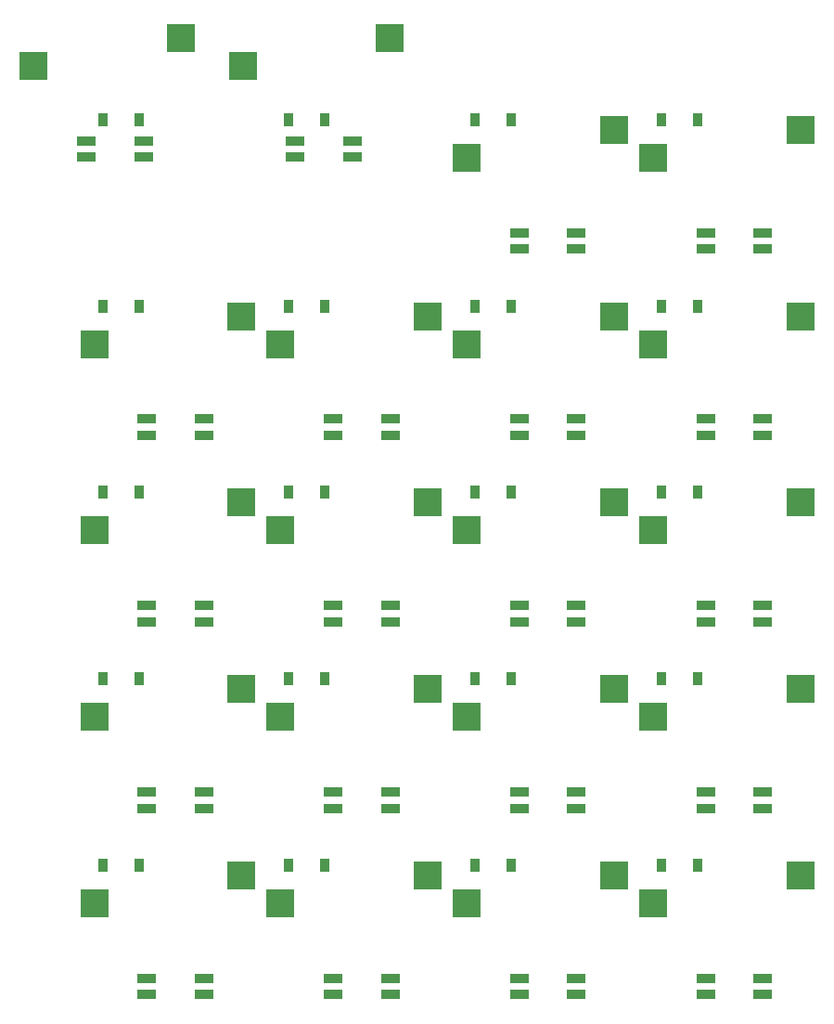
<source format=gbp>
%TF.GenerationSoftware,KiCad,Pcbnew,(5.1.10)-1*%
%TF.CreationDate,2021-08-08T16:05:11+01:00*%
%TF.ProjectId,bongopad,626f6e67-6f70-4616-942e-6b696361645f,1*%
%TF.SameCoordinates,PXb71b00PYb71b00*%
%TF.FileFunction,Paste,Bot*%
%TF.FilePolarity,Positive*%
%FSLAX46Y46*%
G04 Gerber Fmt 4.6, Leading zero omitted, Abs format (unit mm)*
G04 Created by KiCad (PCBNEW (5.1.10)-1) date 2021-08-08 16:05:11*
%MOMM*%
%LPD*%
G01*
G04 APERTURE LIST*
%ADD10R,0.900000X1.200000*%
%ADD11R,1.800000X0.900000*%
%ADD12R,2.550000X2.500000*%
G04 APERTURE END LIST*
D10*
%TO.C,D20*%
X84000000Y-81200000D03*
X80700000Y-81200000D03*
%TD*%
%TO.C,D19*%
X67000000Y-81200000D03*
X63700000Y-81200000D03*
%TD*%
%TO.C,D18*%
X50000000Y-81200000D03*
X46700000Y-81200000D03*
%TD*%
%TO.C,D17*%
X33000000Y-81200000D03*
X29700000Y-81200000D03*
%TD*%
%TO.C,D16*%
X84000000Y-64200000D03*
X80700000Y-64200000D03*
%TD*%
%TO.C,D15*%
X67000000Y-64200000D03*
X63700000Y-64200000D03*
%TD*%
%TO.C,D14*%
X50000000Y-64200000D03*
X46700000Y-64200000D03*
%TD*%
%TO.C,D13*%
X33000000Y-64200000D03*
X29700000Y-64200000D03*
%TD*%
%TO.C,D12*%
X84000000Y-47200000D03*
X80700000Y-47200000D03*
%TD*%
%TO.C,D11*%
X67000000Y-47200000D03*
X63700000Y-47200000D03*
%TD*%
%TO.C,D10*%
X50000000Y-47200000D03*
X46700000Y-47200000D03*
%TD*%
%TO.C,D9*%
X33000000Y-47200000D03*
X29700000Y-47200000D03*
%TD*%
%TO.C,D8*%
X84000000Y-30200000D03*
X80700000Y-30200000D03*
%TD*%
%TO.C,D7*%
X67000000Y-30200000D03*
X63700000Y-30200000D03*
%TD*%
%TO.C,D6*%
X50000000Y-30200000D03*
X46700000Y-30200000D03*
%TD*%
%TO.C,D5*%
X33000000Y-30200000D03*
X29700000Y-30200000D03*
%TD*%
%TO.C,D4*%
X84000000Y-13200000D03*
X80700000Y-13200000D03*
%TD*%
%TO.C,D3*%
X67000000Y-13200000D03*
X63700000Y-13200000D03*
%TD*%
%TO.C,D2*%
X50000000Y-13200000D03*
X46700000Y-13200000D03*
%TD*%
%TO.C,D1*%
X33000000Y-13200000D03*
X29700000Y-13200000D03*
%TD*%
D11*
%TO.C,K1*%
X33435000Y-15115000D03*
X33435000Y-16615000D03*
X28235000Y-16615000D03*
X28235000Y-15115000D03*
D12*
X36850000Y-5735000D03*
X23425000Y-8275000D03*
%TD*%
D11*
%TO.C,K2*%
X52500000Y-15120000D03*
X52500000Y-16620000D03*
X47300000Y-16620000D03*
X47300000Y-15120000D03*
D12*
X55915000Y-5740000D03*
X42490000Y-8280000D03*
%TD*%
D11*
%TO.C,K6*%
X55950000Y-40500000D03*
X55950000Y-42000000D03*
X50750000Y-42000000D03*
X50750000Y-40500000D03*
D12*
X59365000Y-31120000D03*
X45940000Y-33660000D03*
%TD*%
D11*
%TO.C,K8*%
X89950000Y-40500000D03*
X89950000Y-42000000D03*
X84750000Y-42000000D03*
X84750000Y-40500000D03*
D12*
X93365000Y-31120000D03*
X79940000Y-33660000D03*
%TD*%
D11*
%TO.C,K10*%
X55950000Y-57500000D03*
X55950000Y-59000000D03*
X50750000Y-59000000D03*
X50750000Y-57500000D03*
D12*
X59365000Y-48120000D03*
X45940000Y-50660000D03*
%TD*%
D11*
%TO.C,K3*%
X72950000Y-23500000D03*
X72950000Y-25000000D03*
X67750000Y-25000000D03*
X67750000Y-23500000D03*
D12*
X76365000Y-14120000D03*
X62940000Y-16660000D03*
%TD*%
D11*
%TO.C,K4*%
X89950000Y-23500000D03*
X89950000Y-25000000D03*
X84750000Y-25000000D03*
X84750000Y-23500000D03*
D12*
X93365000Y-14120000D03*
X79940000Y-16660000D03*
%TD*%
D11*
%TO.C,K5*%
X38950000Y-40500000D03*
X38950000Y-42000000D03*
X33750000Y-42000000D03*
X33750000Y-40500000D03*
D12*
X42365000Y-31120000D03*
X28940000Y-33660000D03*
%TD*%
D11*
%TO.C,K7*%
X72950000Y-40500000D03*
X72950000Y-42000000D03*
X67750000Y-42000000D03*
X67750000Y-40500000D03*
D12*
X76365000Y-31120000D03*
X62940000Y-33660000D03*
%TD*%
D11*
%TO.C,K9*%
X38950000Y-57500000D03*
X38950000Y-59000000D03*
X33750000Y-59000000D03*
X33750000Y-57500000D03*
D12*
X42365000Y-48120000D03*
X28940000Y-50660000D03*
%TD*%
D11*
%TO.C,K13*%
X38950000Y-74500000D03*
X38950000Y-76000000D03*
X33750000Y-76000000D03*
X33750000Y-74500000D03*
D12*
X42365000Y-65120000D03*
X28940000Y-67660000D03*
%TD*%
D11*
%TO.C,K14*%
X55950000Y-74500000D03*
X55950000Y-76000000D03*
X50750000Y-76000000D03*
X50750000Y-74500000D03*
D12*
X59365000Y-65120000D03*
X45940000Y-67660000D03*
%TD*%
D11*
%TO.C,K15*%
X72950000Y-74500000D03*
X72950000Y-76000000D03*
X67750000Y-76000000D03*
X67750000Y-74500000D03*
D12*
X76365000Y-65120000D03*
X62940000Y-67660000D03*
%TD*%
D11*
%TO.C,K17*%
X38950000Y-91500000D03*
X38950000Y-93000000D03*
X33750000Y-93000000D03*
X33750000Y-91500000D03*
D12*
X42365000Y-82120000D03*
X28940000Y-84660000D03*
%TD*%
D11*
%TO.C,K18*%
X55950000Y-91500000D03*
X55950000Y-93000000D03*
X50750000Y-93000000D03*
X50750000Y-91500000D03*
D12*
X59365000Y-82120000D03*
X45940000Y-84660000D03*
%TD*%
D11*
%TO.C,K19*%
X72950000Y-91500000D03*
X72950000Y-93000000D03*
X67750000Y-93000000D03*
X67750000Y-91500000D03*
D12*
X76365000Y-82120000D03*
X62940000Y-84660000D03*
%TD*%
D11*
%TO.C,K20*%
X89950000Y-91500000D03*
X89950000Y-93000000D03*
X84750000Y-93000000D03*
X84750000Y-91500000D03*
D12*
X93365000Y-82120000D03*
X79940000Y-84660000D03*
%TD*%
D11*
%TO.C,K12*%
X89950000Y-57500000D03*
X89950000Y-59000000D03*
X84750000Y-59000000D03*
X84750000Y-57500000D03*
D12*
X93365000Y-48120000D03*
X79940000Y-50660000D03*
%TD*%
D11*
%TO.C,K11*%
X72950000Y-57500000D03*
X72950000Y-59000000D03*
X67750000Y-59000000D03*
X67750000Y-57500000D03*
D12*
X76365000Y-48120000D03*
X62940000Y-50660000D03*
%TD*%
D11*
%TO.C,K16*%
X89950000Y-74500000D03*
X89950000Y-76000000D03*
X84750000Y-76000000D03*
X84750000Y-74500000D03*
D12*
X93365000Y-65120000D03*
X79940000Y-67660000D03*
%TD*%
M02*

</source>
